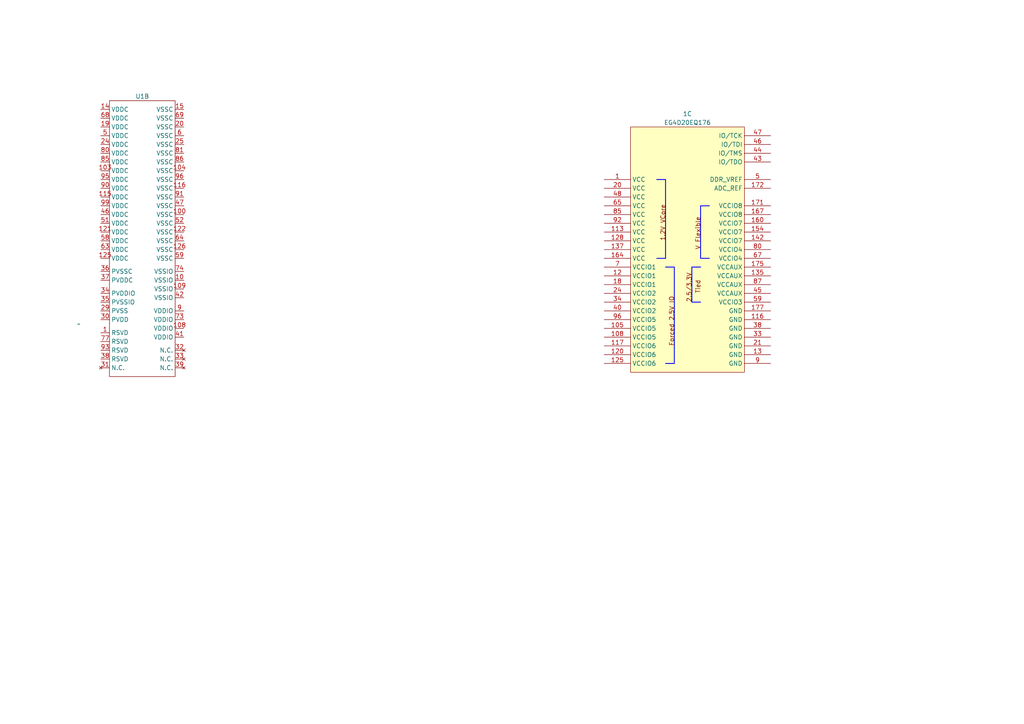
<source format=kicad_sch>
(kicad_sch (version 20230121) (generator eeschema)
  (paper "A4")
  (lib_symbols
    (symbol "LS32_ISA_MB_Library:EG4D20EQ176"
      (property "Value" "EG4D20EQ176" (at 13.97 -16.51 0))
      (symbol "EG4D20EQ176_1_0"
        (polyline (pts (xy 35.56 73.66) (xy 40.64 73.66) (xy 40.64 50.8) (xy 35.56 50.8)) (stroke (width 0.254) (color 0 0 255 1)))
        (rectangle (start 7.62 78.74) (end 76.2 -15.24) (fill (type background)))
        (text "BANK 3/4/7/8" (at 27.94 -15.24 0) (effects (font (size 2.286 2.286)) (justify left bottom)))
        (text "BANK3" (at 40.64 50.8 900) (effects (font (size 1.27 1.27)) (justify left bottom)))
        (pin passive line (at 83.82 -10.16 180) (length 7.62) (name "IO/ELVDS15_P") (number "133"))
        (pin passive line (at 83.82 -7.62 180) (length 7.62) (name "IO/PROGRAM_B/ELVDS15_N") (number "134"))
        (pin passive line (at 83.82 -5.08 180) (length 7.62) (name "IO/GPLL2_OUTP/ELVDS16_P") (number "136"))
        (pin passive line (at 83.82 -2.54 180) (length 7.62) (name "IO/GPLL2_OUTN/ELVDS16_N") (number "138"))
        (pin passive line (at 83.82 0 180) (length 7.62) (name "IO/INITB/ELVDS17_P") (number "139"))
        (pin passive line (at 83.82 2.54 180) (length 7.62) (name "IO/CSO_B/ELVDS17_N") (number "140"))
        (pin passive line (at 83.82 5.08 180) (length 7.62) (name "IO") (number "141"))
        (pin passive line (at 83.82 7.62 180) (length 7.62) (name "IO") (number "143"))
        (pin passive line (at 83.82 10.16 180) (length 7.62) (name "IO/ELVDS18_P") (number "144"))
        (pin passive line (at 83.82 12.7 180) (length 7.62) (name "IO/ELVDS18_N") (number "145"))
        (pin passive line (at 83.82 15.24 180) (length 7.62) (name "IO/D3/ELVDS19_P") (number "146"))
        (pin passive line (at 83.82 17.78 180) (length 7.62) (name "IO/D4/ELVDS19_N") (number "147"))
        (pin passive line (at 83.82 20.32 180) (length 7.62) (name "IO") (number "148"))
        (pin passive line (at 83.82 22.86 180) (length 7.62) (name "IO/ELVDS20_P") (number "149"))
        (pin passive line (at 83.82 25.4 180) (length 7.62) (name "IO/ELVDS20_N") (number "150"))
        (pin passive line (at 83.82 27.94 180) (length 7.62) (name "IO") (number "151"))
        (pin passive line (at 83.82 30.48 180) (length 7.62) (name "IO/D7/ELVDS21_P") (number "152"))
        (pin passive line (at 83.82 33.02 180) (length 7.62) (name "IO/ELVDS21_N") (number "153"))
        (pin passive line (at 83.82 35.56 180) (length 7.62) (name "IO/D6/ELVDS22_N") (number "155"))
        (pin passive line (at 83.82 38.1 180) (length 7.62) (name "IO/D5/ELVDS22_P") (number "156"))
        (pin passive line (at 83.82 40.64 180) (length 7.62) (name "IO/GCLKIOT_7") (number "157"))
        (pin passive line (at 83.82 43.18 180) (length 7.62) (name "IO/GCLKIOT_4/ELVDS23_N") (number "158"))
        (pin passive line (at 83.82 45.72 180) (length 7.62) (name "IO/GCLKIOT_5/ELVDS23_P") (number "159"))
        (pin passive line (at 83.82 48.26 180) (length 7.62) (name "IO/GCLKIOT_0") (number "161"))
        (pin passive line (at 83.82 50.8 180) (length 7.62) (name "IO/D3/GCLKIOT_3/ELVDS24_P") (number "162"))
        (pin passive line (at 83.82 53.34 180) (length 7.62) (name "IO/D2/GCLKIOT_2/ELVDS24_N") (number "163"))
        (pin passive line (at 83.82 55.88 180) (length 7.62) (name "IO/D0_DIN_MISO") (number "165"))
        (pin passive line (at 83.82 58.42 180) (length 7.62) (name "IO/MOSI_CSI_B") (number "166"))
        (pin passive line (at 83.82 60.96 180) (length 7.62) (name "IO/CCLK") (number "168"))
        (pin passive line (at 83.82 63.5 180) (length 7.62) (name "IO/M0") (number "169"))
        (pin passive line (at 83.82 66.04 180) (length 7.62) (name "IO/M1/ADC_CH_0") (number "170"))
        (pin passive line (at 83.82 68.58 180) (length 7.62) (name "IO/GPLL1_CLKIN0/ADC_CH_4") (number "173"))
        (pin passive line (at 83.82 71.12 180) (length 7.62) (name "IO/D2") (number "174"))
        (pin passive line (at 83.82 73.66 180) (length 7.62) (name "IO/GPLL1_CLKIN1/ADC_CH_6") (number "176"))
        (pin passive line (at 0 73.66 0) (length 7.62) (name "IO/ELVDS1_N") (number "49"))
        (pin passive line (at 0 71.12 0) (length 7.62) (name "IO/ELVDS1_P") (number "50"))
        (pin passive line (at 0 68.58 0) (length 7.62) (name "IO/GPLL0_OUTN/ELVDS2_N") (number "51"))
        (pin passive line (at 0 66.04 0) (length 7.62) (name "IO/GPLL0_OUTP/ELVDS2_P") (number "52"))
        (pin passive line (at 0 63.5 0) (length 7.62) (name "IO/ELVDS3_P") (number "53"))
        (pin passive line (at 0 60.96 0) (length 7.62) (name "IO/ELVDS3_N") (number "54"))
        (pin passive line (at 0 58.42 0) (length 7.62) (name "IO") (number "55"))
        (pin passive line (at 0 55.88 0) (length 7.62) (name "IO") (number "56"))
        (pin passive line (at 0 53.34 0) (length 7.62) (name "IO/ELVDS4_N") (number "57"))
        (pin passive line (at 0 50.8 0) (length 7.62) (name "IO/ELVDS4_P") (number "58"))
        (pin passive line (at 0 48.26 0) (length 7.62) (name "IO/GCLKIOB_4/ELVDS5_N") (number "60"))
        (pin passive line (at 0 45.72 0) (length 7.62) (name "IO/GCLKIOB_5/ELVDS5_P") (number "61"))
        (pin passive line (at 0 43.18 0) (length 7.62) (name "IO/GCLKIOB_2/ELVDS6_N") (number "62"))
        (pin passive line (at 0 40.64 0) (length 7.62) (name "IO/GCLKIOB_3/ELVDS6_P") (number "63"))
        (pin passive line (at 0 38.1 0) (length 7.62) (name "IO") (number "64"))
        (pin passive line (at 0 35.56 0) (length 7.62) (name "IO") (number "66"))
        (pin passive line (at 0 33.02 0) (length 7.62) (name "IO/ELVDS7_P") (number "68"))
        (pin passive line (at 0 30.48 0) (length 7.62) (name "IO/ELVDS7_N") (number "69"))
        (pin passive line (at 0 27.94 0) (length 7.62) (name "IO/ELVDS8_P") (number "70"))
        (pin passive line (at 0 25.4 0) (length 7.62) (name "IO/ELVDS8_N") (number "71"))
        (pin passive line (at 0 22.86 0) (length 7.62) (name "IO") (number "72"))
        (pin passive line (at 0 20.32 0) (length 7.62) (name "IO/ELVDS9_P") (number "73"))
        (pin passive line (at 0 17.78 0) (length 7.62) (name "IO/ELVDS9_N") (number "74"))
        (pin passive line (at 0 15.24 0) (length 7.62) (name "IO/GPLL3_OUTN/ELVDS10_N") (number "75"))
        (pin passive line (at 0 12.7 0) (length 7.62) (name "IO/GPLL3_OUTP/ELVDS10_P") (number "76"))
        (pin passive line (at 0 10.16 0) (length 7.62) (name "IO/ELVDS11_N") (number "77"))
        (pin passive line (at 0 7.62 0) (length 7.62) (name "IO/ELVDS11_P") (number "78"))
        (pin passive line (at 0 5.08 0) (length 7.62) (name "IO/ELVDS12_P") (number "79"))
        (pin passive line (at 0 2.54 0) (length 7.62) (name "IO/ELVDS12_N") (number "81"))
        (pin passive line (at 0 0 0) (length 7.62) (name "IO/ELVDS13_N") (number "82"))
        (pin passive line (at 0 -2.54 0) (length 7.62) (name "IO/ELVDS13_P") (number "83"))
        (pin passive line (at 0 -5.08 0) (length 7.62) (name "IO/ELVDS14_N") (number "84"))
        (pin passive line (at 0 -7.62 0) (length 7.62) (name "IO/ELVDS14_P") (number "86"))
        (pin passive line (at 0 -10.16 0) (length 7.62) (name "IO/HSWAPEN") (number "88"))
      )
      (symbol "EG4D20EQ176_2_0"
        (rectangle (start 91.44 55.88) (end 43.18 -33.02) (fill (type background)))
        (text "2.5V IO" (at 45.72 -20.32 0) (effects (font (size 2.286 2.286)) (justify left bottom)))
        (text "BANK 1/2/5/6" (at 45.72 -25.4 0) (effects (font (size 2.286 2.286)) (justify left bottom)))
        (pin passive line (at 35.56 40.64 0) (length 7.62) (name "IO/DONE/LVDS2_P") (number "10"))
        (pin passive line (at 99.06 -7.62 180) (length 7.62) (name "IO/LVDS15_P") (number "100"))
        (pin passive line (at 99.06 -5.08 180) (length 7.62) (name "IO/LVDS15_N") (number "101"))
        (pin passive line (at 99.06 -2.54 180) (length 7.62) (name "IO/LVDS16_N") (number "102"))
        (pin passive line (at 99.06 0 180) (length 7.62) (name "IO/LVDS16_P") (number "103"))
        (pin passive line (at 99.06 2.54 180) (length 7.62) (name "IO") (number "104"))
        (pin passive line (at 99.06 5.08 180) (length 7.62) (name "IO/LVDS17_P") (number "106"))
        (pin passive line (at 99.06 7.62 180) (length 7.62) (name "IO/LVDS17_N") (number "107"))
        (pin passive line (at 99.06 10.16 180) (length 7.62) (name "IO") (number "109"))
        (pin passive line (at 35.56 38.1 0) (length 7.62) (name "IO/LVDS2_N") (number "11"))
        (pin passive line (at 99.06 12.7 180) (length 7.62) (name "IO/LVDS18_N") (number "110"))
        (pin passive line (at 99.06 15.24 180) (length 7.62) (name "IO/LVDS18_P") (number "111"))
        (pin passive line (at 99.06 17.78 180) (length 7.62) (name "IO") (number "112"))
        (pin passive line (at 99.06 20.32 180) (length 7.62) (name "IO") (number "114"))
        (pin passive line (at 99.06 22.86 180) (length 7.62) (name "IO") (number "115"))
        (pin passive line (at 99.06 25.4 180) (length 7.62) (name "IO") (number "118"))
        (pin passive line (at 99.06 27.94 180) (length 7.62) (name "IO") (number "119"))
        (pin passive line (at 99.06 30.48 180) (length 7.62) (name "IO/LVDS19_P") (number "121"))
        (pin passive line (at 99.06 33.02 180) (length 7.62) (name "IO/LVDS19_N") (number "122"))
        (pin passive line (at 99.06 35.56 180) (length 7.62) (name "IO/LVDS20_N") (number "123"))
        (pin passive line (at 99.06 38.1 180) (length 7.62) (name "IO/LVDS20_P") (number "124"))
        (pin passive line (at 99.06 40.64 180) (length 7.62) (name "IO/LVDS21_P") (number "126"))
        (pin passive line (at 99.06 43.18 180) (length 7.62) (name "IO/LVDS21_N") (number "127"))
        (pin passive line (at 99.06 45.72 180) (length 7.62) (name "IO/LVDS22_N") (number "129"))
        (pin passive line (at 99.06 48.26 180) (length 7.62) (name "IO/LVDS22_P") (number "130"))
        (pin passive line (at 99.06 50.8 180) (length 7.62) (name "IO/LVDS23_P") (number "131"))
        (pin passive line (at 99.06 53.34 180) (length 7.62) (name "IO/LVDS23_N") (number "132"))
        (pin passive line (at 35.56 35.56 0) (length 7.62) (name "IO/LVDS3_P") (number "14"))
        (pin passive line (at 35.56 33.02 0) (length 7.62) (name "IO/LVDS3_N") (number "15"))
        (pin passive line (at 35.56 30.48 0) (length 7.62) (name "IO/LVDS4_N") (number "16"))
        (pin passive line (at 35.56 27.94 0) (length 7.62) (name "IO/LVDS4_P") (number "17"))
        (pin passive line (at 35.56 25.4 0) (length 7.62) (name "IO") (number "19"))
        (pin passive line (at 35.56 53.34 0) (length 7.62) (name "IO/LVDS1_N") (number "2"))
        (pin passive line (at 35.56 22.86 0) (length 7.62) (name "IO/GCLKIOL_5/LVDS5_P") (number "22"))
        (pin passive line (at 35.56 20.32 0) (length 7.62) (name "IO/GCLKIOL_4/LVDS5_N") (number "23"))
        (pin passive line (at 35.56 17.78 0) (length 7.62) (name "IO/GCLKIOL_6") (number "25"))
        (pin passive line (at 35.56 15.24 0) (length 7.62) (name "IO/LVDS6_P") (number "26"))
        (pin passive line (at 35.56 12.7 0) (length 7.62) (name "IO/LVDS6_N") (number "27"))
        (pin passive line (at 35.56 10.16 0) (length 7.62) (name "IO/LVDS7_P") (number "28"))
        (pin passive line (at 35.56 7.62 0) (length 7.62) (name "IO/LVDS7_N") (number "29"))
        (pin passive line (at 35.56 50.8 0) (length 7.62) (name "IO/LVDS1_P") (number "3"))
        (pin passive line (at 35.56 5.08 0) (length 7.62) (name "IO/LVDS8_N") (number "30"))
        (pin passive line (at 35.56 2.54 0) (length 7.62) (name "IO/LVDS8_P") (number "31"))
        (pin passive line (at 35.56 0 0) (length 7.62) (name "IO") (number "32"))
        (pin passive line (at 35.56 -2.54 0) (length 7.62) (name "IO") (number "35"))
        (pin passive line (at 35.56 -5.08 0) (length 7.62) (name "IO/LVDS9_N") (number "36"))
        (pin passive line (at 35.56 -7.62 0) (length 7.62) (name "IO/LVDS9_P") (number "37"))
        (pin passive line (at 35.56 -10.16 0) (length 7.62) (name "IO") (number "39"))
        (pin passive line (at 35.56 48.26 0) (length 7.62) (name "IO/LVDS24_N") (number "4"))
        (pin passive line (at 35.56 -12.7 0) (length 7.62) (name "IO/LVDS10_N") (number "41"))
        (pin passive line (at 35.56 -15.24 0) (length 7.62) (name "IO/LVDS10_P") (number "42"))
        (pin passive line (at 35.56 45.72 0) (length 7.62) (name "IO/LVDS24_P") (number "6"))
        (pin passive line (at 35.56 43.18 0) (length 7.62) (name "IO") (number "8"))
        (pin passive line (at 99.06 -30.48 180) (length 7.62) (name "IO/GPLL3_CLKIN1/LVDS11_N") (number "89"))
        (pin passive line (at 99.06 -27.94 180) (length 7.62) (name "IO/GPLL3_CLKIN0/LVDS11_P") (number "90"))
        (pin passive line (at 99.06 -25.4 180) (length 7.62) (name "IO") (number "91"))
        (pin passive line (at 99.06 -22.86 180) (length 7.62) (name "IO/LVDS12_P") (number "93"))
        (pin passive line (at 99.06 -20.32 180) (length 7.62) (name "IO/LVDS12_N") (number "94"))
        (pin passive line (at 99.06 -17.78 180) (length 7.62) (name "IO/LVDS13_N") (number "95"))
        (pin passive line (at 99.06 -15.24 180) (length 7.62) (name "IO/LVDS13_P") (number "97"))
        (pin passive line (at 99.06 -12.7 180) (length 7.62) (name "IO/LVDS14_P") (number "98"))
        (pin passive line (at 99.06 -10.16 180) (length 7.62) (name "IO/LVDS14_N") (number "99"))
      )
      (symbol "EG4D20EQ176_3_0"
        (polyline (pts (xy -10.16 27.94) (xy -7.62 27.94) (xy -7.62 5.08) (xy -10.16 5.08)) (stroke (width 0.254) (color 0 0 255 1)))
        (polyline (pts (xy -7.62 2.54) (xy -5.08 2.54) (xy -5.08 -25.4) (xy -7.62 -25.4)) (stroke (width 0.254) (color 0 0 255 1)))
        (polyline (pts (xy 2.54 2.54) (xy 0 2.54) (xy 0 -7.62) (xy 2.54 -7.62)) (stroke (width 0.254) (color 0 0 255 1)))
        (polyline (pts (xy 5.08 20.32) (xy 2.54 20.32) (xy 2.54 5.08) (xy 5.08 5.08)) (stroke (width 0.254) (color 0 0 255 1)))
        (rectangle (start 15.24 43.18) (end -17.78 -27.94) (fill (type background)))
        (text "1.2V VCore" (at -7.62 10.16 900) (effects (font (size 1.27 1.27)) (justify left bottom)))
        (text "2.5/3.3V" (at 0 -7.62 900) (effects (font (size 1.27 1.27)) (justify left bottom)))
        (text "Forced 2.5V IO" (at -5.08 -20.32 900) (effects (font (size 1.27 1.27)) (justify left bottom)))
        (text "Tied" (at 2.54 -5.08 900) (effects (font (size 1.27 1.27)) (justify left bottom)))
        (text "V Flexible" (at 2.54 7.62 900) (effects (font (size 1.27 1.27)) (justify left bottom)))
        (pin passive line (at -25.4 27.94 0) (length 7.62) (name "VCC") (number "1"))
        (pin passive line (at -25.4 -15.24 0) (length 7.62) (name "VCCIO5") (number "105"))
        (pin passive line (at -25.4 -17.78 0) (length 7.62) (name "VCCIO5") (number "108"))
        (pin passive line (at -25.4 12.7 0) (length 7.62) (name "VCC") (number "113"))
        (pin passive line (at 22.86 -12.7 180) (length 7.62) (name "GND") (number "116"))
        (pin passive line (at -25.4 -20.32 0) (length 7.62) (name "VCCIO6") (number "117"))
        (pin passive line (at -25.4 0 0) (length 7.62) (name "VCCIO1") (number "12"))
        (pin passive line (at -25.4 -22.86 0) (length 7.62) (name "VCCIO6") (number "120"))
        (pin passive line (at -25.4 -25.4 0) (length 7.62) (name "VCCIO6") (number "125"))
        (pin passive line (at -25.4 10.16 0) (length 7.62) (name "VCC") (number "128"))
        (pin passive line (at 22.86 -22.86 180) (length 7.62) (name "GND") (number "13"))
        (pin passive line (at 22.86 0 180) (length 7.62) (name "VCCAUX") (number "135"))
        (pin passive line (at -25.4 7.62 0) (length 7.62) (name "VCC") (number "137"))
        (pin passive line (at 22.86 10.16 180) (length 7.62) (name "VCCIO7") (number "142"))
        (pin passive line (at 22.86 12.7 180) (length 7.62) (name "VCCIO7") (number "154"))
        (pin passive line (at 22.86 15.24 180) (length 7.62) (name "VCCIO7") (number "160"))
        (pin passive line (at -25.4 5.08 0) (length 7.62) (name "VCC") (number "164"))
        (pin passive line (at 22.86 17.78 180) (length 7.62) (name "VCCIO8") (number "167"))
        (pin passive line (at 22.86 20.32 180) (length 7.62) (name "VCCIO8") (number "171"))
        (pin passive line (at 22.86 25.4 180) (length 7.62) (name "ADC_REF") (number "172"))
        (pin passive line (at 22.86 2.54 180) (length 7.62) (name "VCCAUX") (number "175"))
        (pin passive line (at 22.86 -10.16 180) (length 7.62) (name "GND") (number "177"))
        (pin passive line (at -25.4 -2.54 0) (length 7.62) (name "VCCIO1") (number "18"))
        (pin passive line (at -25.4 25.4 0) (length 7.62) (name "VCC") (number "20"))
        (pin passive line (at 22.86 -20.32 180) (length 7.62) (name "GND") (number "21"))
        (pin passive line (at -25.4 -5.08 0) (length 7.62) (name "VCCIO2") (number "24"))
        (pin passive line (at 22.86 -17.78 180) (length 7.62) (name "GND") (number "33"))
        (pin passive line (at -25.4 -7.62 0) (length 7.62) (name "VCCIO2") (number "34"))
        (pin passive line (at 22.86 -15.24 180) (length 7.62) (name "GND") (number "38"))
        (pin passive line (at -25.4 -10.16 0) (length 7.62) (name "VCCIO2") (number "40"))
        (pin passive line (at 22.86 33.02 180) (length 7.62) (name "IO/TDO") (number "43"))
        (pin passive line (at 22.86 35.56 180) (length 7.62) (name "IO/TMS") (number "44"))
        (pin passive line (at 22.86 -5.08 180) (length 7.62) (name "VCCAUX") (number "45"))
        (pin passive line (at 22.86 38.1 180) (length 7.62) (name "IO/TDI") (number "46"))
        (pin passive line (at 22.86 40.64 180) (length 7.62) (name "IO/TCK") (number "47"))
        (pin passive line (at -25.4 22.86 0) (length 7.62) (name "VCC") (number "48"))
        (pin passive line (at 22.86 27.94 180) (length 7.62) (name "DDR_VREF") (number "5"))
        (pin passive line (at 22.86 -7.62 180) (length 7.62) (name "VCCIO3") (number "59"))
        (pin passive line (at -25.4 20.32 0) (length 7.62) (name "VCC") (number "65"))
        (pin passive line (at 22.86 5.08 180) (length 7.62) (name "VCCIO4") (number "67"))
        (pin passive line (at -25.4 2.54 0) (length 7.62) (name "VCCIO1") (number "7"))
        (pin passive line (at 22.86 7.62 180) (length 7.62) (name "VCCIO4") (number "80"))
        (pin passive line (at -25.4 17.78 0) (length 7.62) (name "VCC") (number "85"))
        (pin passive line (at 22.86 -2.54 180) (length 7.62) (name "VCCAUX") (number "87"))
        (pin passive line (at 22.86 -25.4 180) (length 7.62) (name "GND") (number "9"))
        (pin passive line (at -25.4 15.24 0) (length 7.62) (name "VCC") (number "92"))
        (pin passive line (at -25.4 -12.7 0) (length 7.62) (name "VCCIO5") (number "96"))
      )
    )
    (symbol "LS32_ISA_MB_Library:LS32_CPU"
      (property "Reference" "U" (at 11.43 0 0))
      (symbol "LS32_CPU_1_0"
        (pin bidirectional line (at 1.27 22.86 0) (length 2.54) (name "SYSAD28") (number "101"))
        (pin input inverted (at 33.02 48.26 180) (length 2.54) (name "VALIDIN#") (number "102"))
        (pin bidirectional line (at 1.27 20.32 0) (length 2.54) (name "SYSAD29") (number "105"))
        (pin input inverted (at 33.02 41.91 180) (length 2.54) (name "INT0#") (number "106"))
        (pin bidirectional line (at 1.27 17.78 0) (length 2.54) (name "SYSAD30") (number "107"))
        (pin bidirectional line (at 33.02 74.93 180) (length 2.54) (name "SYSCMD3") (number "11"))
        (pin input inverted (at 33.02 39.37 180) (length 2.54) (name "INT1#") (number "110"))
        (pin bidirectional line (at 1.27 15.24 0) (length 2.54) (name "SYSAD31") (number "111"))
        (pin input inverted (at 33.02 36.83 180) (length 2.54) (name "INT2#") (number "112"))
        (pin input inverted (at 33.02 34.29 180) (length 2.54) (name "INT3#") (number "113"))
        (pin bidirectional line (at 1.27 93.98 0) (length 2.54) (name "SYSAD0") (number "114"))
        (pin input inverted (at 33.02 31.75 180) (length 2.54) (name "INT4#") (number "117"))
        (pin bidirectional line (at 1.27 91.44 0) (length 2.54) (name "SYSAD1") (number "118"))
        (pin input inverted (at 33.02 29.21 180) (length 2.54) (name "INT5#") (number "119"))
        (pin bidirectional line (at 1.27 76.2 0) (length 2.54) (name "SYSAD7") (number "12"))
        (pin bidirectional line (at 1.27 88.9 0) (length 2.54) (name "SYSAD2") (number "120"))
        (pin bidirectional line (at 33.02 82.55 180) (length 2.54) (name "SYSCMD0") (number "123"))
        (pin bidirectional line (at 1.27 86.36 0) (length 2.54) (name "SYSAD3") (number "124"))
        (pin bidirectional line (at 33.02 80.01 180) (length 2.54) (name "SYSCMD1") (number "127"))
        (pin bidirectional line (at 1.27 83.82 0) (length 2.54) (name "SYSAD4") (number "128"))
        (pin bidirectional line (at 33.02 72.39 180) (length 2.54) (name "SYSCMD4") (number "13"))
        (pin bidirectional line (at 33.02 93.98 180) (length 2.54) (name "SYSADC0") (number "16"))
        (pin bidirectional line (at 33.02 69.85 180) (length 2.54) (name "SYSCMD5") (number "17"))
        (pin bidirectional line (at 1.27 73.66 0) (length 2.54) (name "SYSAD8") (number "18"))
        (pin bidirectional line (at 33.02 67.31 180) (length 2.54) (name "SYSCMD6") (number "21"))
        (pin bidirectional line (at 1.27 71.12 0) (length 2.54) (name "SYSAD9") (number "22"))
        (pin bidirectional line (at 33.02 64.77 180) (length 2.54) (name "SYSCMD7") (number "23"))
        (pin bidirectional line (at 1.27 68.58 0) (length 2.54) (name "SYSAD10") (number "26"))
        (pin bidirectional line (at 33.02 62.23 180) (length 2.54) (name "SYSCMD8") (number "27"))
        (pin bidirectional line (at 1.27 66.04 0) (length 2.54) (name "SYSAD11") (number "28"))
        (pin input line (at 33.02 55.88 180) (length 2.54) (name "WRRDY#") (number "4"))
        (pin input clock (at 1.27 6.35 0) (length 2.54) (name "MCLKI") (number "40"))
        (pin bidirectional line (at 33.02 59.69 180) (length 2.54) (name "SYSCMDP") (number "43"))
        (pin bidirectional line (at 1.27 63.5 0) (length 2.54) (name "SYSAD12") (number "44"))
        (pin bidirectional line (at 1.27 60.96 0) (length 2.54) (name "SYSAD13") (number "45"))
        (pin bidirectional line (at 1.27 58.42 0) (length 2.54) (name "SYSAD14") (number "48"))
        (pin bidirectional line (at 1.27 55.88 0) (length 2.54) (name "SYSAD15") (number "49"))
        (pin bidirectional line (at 33.02 91.44 180) (length 2.54) (name "SYSADC1") (number "50"))
        (pin output line (at 33.02 22.86 180) (length 2.54) (name "TDO") (number "53"))
        (pin input line (at 33.02 20.32 180) (length 2.54) (name "TMS") (number "54"))
        (pin input line (at 33.02 17.78 180) (length 2.54) (name "TCK") (number "55"))
        (pin input inverted (at 33.02 12.7 180) (length 2.54) (name "TRST#") (number "56"))
        (pin input line (at 33.02 15.24 180) (length 2.54) (name "TDI") (number "57"))
        (pin bidirectional line (at 33.02 86.36 180) (length 2.54) (name "SYSADC3") (number "60"))
        (pin input line (at 1.27 2.54 0) (length 2.54) (name "VCCOK") (number "61"))
        (pin bidirectional line (at 1.27 53.34 0) (length 2.54) (name "SYSAD16") (number "62"))
        (pin bidirectional line (at 1.27 50.8 0) (length 2.54) (name "SYSAD17") (number "65"))
        (pin bidirectional line (at 1.27 48.26 0) (length 2.54) (name "SYSAD18") (number "66"))
        (pin input inverted (at 33.02 8.89 180) (length 2.54) (name "RST") (number "67"))
        (pin output clock (at 33.02 2.54 180) (length 2.54) (name "MODCLK") (number "7"))
        (pin bidirectional line (at 1.27 45.72 0) (length 2.54) (name "SYSAD19") (number "70"))
        (pin input inverted (at 33.02 6.35 180) (length 2.54) (name "COLD_RST#") (number "71"))
        (pin bidirectional line (at 1.27 43.18 0) (length 2.54) (name "SYSAD20") (number "72"))
        (pin bidirectional line (at 1.27 40.64 0) (length 2.54) (name "SYSAD21") (number "75"))
        (pin input line (at 1.27 11.43 0) (length 2.54) (name "CLKSEL1") (number "76"))
        (pin input line (at 1.27 8.89 0) (length 2.54) (name "CLKSEL2") (number "78"))
        (pin bidirectional line (at 1.27 38.1 0) (length 2.54) (name "SYSAD22") (number "79"))
        (pin bidirectional line (at 1.27 78.74 0) (length 2.54) (name "SYSAD6") (number "8"))
        (pin bidirectional line (at 1.27 35.56 0) (length 2.54) (name "SYSAD23") (number "82"))
        (pin bidirectional line (at 33.02 88.9 180) (length 2.54) (name "SYSADC2") (number "83"))
        (pin input inverted (at 33.02 26.67 180) (length 2.54) (name "NMI#") (number "84"))
        (pin bidirectional line (at 1.27 33.02 0) (length 2.54) (name "SYSAD24") (number "87"))
        (pin output inverted (at 33.02 45.72 180) (length 2.54) (name "RELEASE#") (number "88"))
        (pin bidirectional line (at 1.27 30.48 0) (length 2.54) (name "SYSAD25") (number "89"))
        (pin output inverted (at 33.02 53.34 180) (length 2.54) (name "RDRDY#") (number "92"))
        (pin bidirectional line (at 1.27 27.94 0) (length 2.54) (name "SYSAD26") (number "94"))
        (pin bidirectional line (at 1.27 25.4 0) (length 2.54) (name "SYSAD27") (number "97"))
        (pin output inverted (at 33.02 50.8 180) (length 2.54) (name "VALIDOUT#") (number "98"))
      )
      (symbol "LS32_CPU_1_1"
        (rectangle (start 3.81 96.52) (end 30.48 0))
        (pin bidirectional line (at 33.02 77.47 180) (length 2.54) (name "SYSCMD2") (number "2"))
        (pin bidirectional line (at 1.27 81.28 0) (length 2.54) (name "SYSAD5") (number "3"))
      )
      (symbol "LS32_CPU_2_0"
        (pin power_in line (at 31.75 29.21 180) (length 2.54) (name "VSSIO") (number "10"))
        (pin power_in line (at 31.75 48.26 180) (length 2.54) (name "VSSC") (number "100"))
        (pin power_in line (at 7.62 60.96 0) (length 2.54) (name "VDDC") (number "103"))
        (pin power_in line (at 31.75 60.96 180) (length 2.54) (name "VSSC") (number "104"))
        (pin power_in line (at 31.75 15.24 180) (length 2.54) (name "VDDIO") (number "108"))
        (pin power_in line (at 31.75 26.67 180) (length 2.54) (name "VSSIO") (number "109"))
        (pin power_in line (at 7.62 53.34 0) (length 2.54) (name "VDDC") (number "115"))
        (pin power_in line (at 31.75 55.88 180) (length 2.54) (name "VSSC") (number "116"))
        (pin power_in line (at 7.62 43.18 0) (length 2.54) (name "VDDC") (number "121"))
        (pin power_in line (at 31.75 43.18 180) (length 2.54) (name "VSSC") (number "122"))
        (pin power_in line (at 7.62 35.56 0) (length 2.54) (name "VDDC") (number "125"))
        (pin power_in line (at 31.75 38.1 180) (length 2.54) (name "VSSC") (number "126"))
        (pin power_in line (at 7.62 78.74 0) (length 2.54) (name "VDDC") (number "14"))
        (pin power_in line (at 31.75 78.74 180) (length 2.54) (name "VSSC") (number "15"))
        (pin power_in line (at 7.62 73.66 0) (length 2.54) (name "VDDC") (number "19"))
        (pin power_in line (at 31.75 73.66 180) (length 2.54) (name "VSSC") (number "20"))
        (pin power_in line (at 7.62 68.58 0) (length 2.54) (name "VDDC") (number "24"))
        (pin power_in line (at 31.75 68.58 180) (length 2.54) (name "VSSC") (number "25"))
        (pin power_in line (at 7.62 20.32 0) (length 2.54) (name "PVSS") (number "29"))
        (pin power_in line (at 7.62 17.78 0) (length 2.54) (name "PVDD") (number "30"))
        (pin no_connect line (at 7.62 3.81 0) (length 2.54) (name "N.C.") (number "31"))
        (pin no_connect line (at 31.75 8.89 180) (length 2.54) (name "N.C.") (number "32"))
        (pin no_connect line (at 31.75 6.35 180) (length 2.54) (name "N.C.") (number "33"))
        (pin power_in line (at 7.62 25.4 0) (length 2.54) (name "PVDDIO") (number "34"))
        (pin power_in line (at 7.62 22.86 0) (length 2.54) (name "PVSSIO") (number "35"))
        (pin power_in line (at 7.62 31.75 0) (length 2.54) (name "PVSSC") (number "36"))
        (pin power_in line (at 7.62 29.21 0) (length 2.54) (name "PVDDC") (number "37"))
        (pin unspecified line (at 7.62 6.35 0) (length 2.54) (name "RSVD") (number "38"))
        (pin no_connect line (at 31.75 3.81 180) (length 2.54) (name "N.C.") (number "39"))
        (pin power_in line (at 31.75 12.7 180) (length 2.54) (name "VDDIO") (number "41"))
        (pin power_in line (at 31.75 24.13 180) (length 2.54) (name "VSSIO") (number "42"))
        (pin power_in line (at 7.62 48.26 0) (length 2.54) (name "VDDC") (number "46"))
        (pin power_in line (at 31.75 50.8 180) (length 2.54) (name "VSSC") (number "47"))
        (pin power_in line (at 7.62 71.12 0) (length 2.54) (name "VDDC") (number "5"))
        (pin power_in line (at 7.62 45.72 0) (length 2.54) (name "VDDC") (number "51"))
        (pin power_in line (at 31.75 45.72 180) (length 2.54) (name "VSSC") (number "52"))
        (pin power_in line (at 7.62 40.64 0) (length 2.54) (name "VDDC") (number "58"))
        (pin power_in line (at 31.75 35.56 180) (length 2.54) (name "VSSC") (number "59"))
        (pin power_in line (at 31.75 71.12 180) (length 2.54) (name "VSSC") (number "6"))
        (pin power_in line (at 7.62 38.1 0) (length 2.54) (name "VDDC") (number "63"))
        (pin power_in line (at 31.75 40.64 180) (length 2.54) (name "VSSC") (number "64"))
        (pin power_in line (at 7.62 76.2 0) (length 2.54) (name "VDDC") (number "68"))
        (pin power_in line (at 31.75 76.2 180) (length 2.54) (name "VSSC") (number "69"))
        (pin power_in line (at 31.75 17.78 180) (length 2.54) (name "VDDIO") (number "73"))
        (pin power_in line (at 31.75 31.75 180) (length 2.54) (name "VSSIO") (number "74"))
        (pin unspecified line (at 7.62 11.43 0) (length 2.54) (name "RSVD") (number "77"))
        (pin power_in line (at 7.62 66.04 0) (length 2.54) (name "VDDC") (number "80"))
        (pin power_in line (at 31.75 66.04 180) (length 2.54) (name "VSSC") (number "81"))
        (pin power_in line (at 7.62 63.5 0) (length 2.54) (name "VDDC") (number "85"))
        (pin power_in line (at 31.75 63.5 180) (length 2.54) (name "VSSC") (number "86"))
        (pin power_in line (at 31.75 20.32 180) (length 2.54) (name "VDDIO") (number "9"))
        (pin power_in line (at 7.62 55.88 0) (length 2.54) (name "VDDC") (number "90"))
        (pin power_in line (at 31.75 53.34 180) (length 2.54) (name "VSSC") (number "91"))
        (pin unspecified line (at 7.62 8.89 0) (length 2.54) (name "RSVD") (number "93"))
        (pin power_in line (at 7.62 58.42 0) (length 2.54) (name "VDDC") (number "95"))
        (pin power_in line (at 31.75 58.42 180) (length 2.54) (name "VSSC") (number "96"))
        (pin power_in line (at 7.62 50.8 0) (length 2.54) (name "VDDC") (number "99"))
      )
      (symbol "LS32_CPU_2_1"
        (rectangle (start 10.16 81.28) (end 29.21 1.27))
        (pin unspecified line (at 7.62 13.97 0) (length 2.54) (name "RSVD") (number "1"))
      )
    )
  )
  (symbol (lib_id "LS32_ISA_MB_Library:EG4D20EQ176") (at 200.66 80.01 0) (unit 3)
    (property "Reference" "1" (at 199.39 33.02 0))
    (property "Value" "EG4D20EQ176" (at 199.39 35.56 0))
  )
  (symbol (lib_id "LS32_ISA_MB_Library:LS32_CPU") (at 21.59 110.49 0) (unit 2)
    (property "Reference" "U1" (at 41.275 27.94 0))
    (property "Value" "~" (at 22.86 93.98 0))
  )
)
</source>
